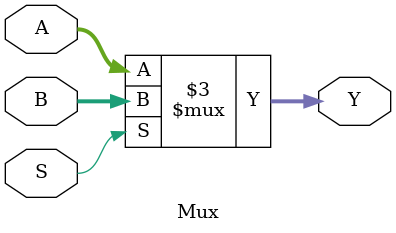
<source format=v>
`timescale 1ns / 1ps
module Mux(
    input [31:0]A,		//Entrada 0 de 32 bits
    input [31:0]B,		//Entrada 1 de 32 bits
    input S,				//Entrada de seleccion de 1 bit
    output reg [31:0]Y	//Salida de data seleccionada de 32 bits
    );

always @*		//Seleccion de data dependiendo de valor de S 
    if(S)
		Y = B;	//Si es uno, escoge B
	 else
		Y = A;	//Si es cero, escoge A

endmodule

</source>
